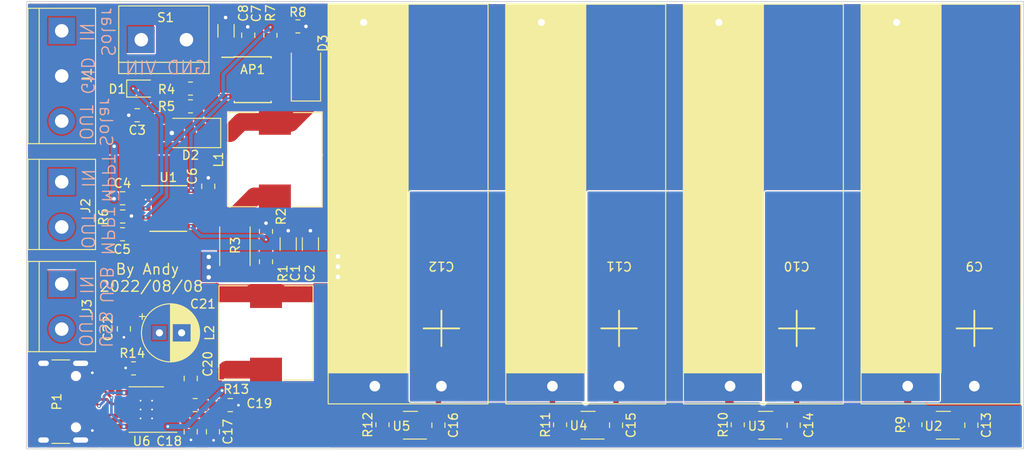
<source format=kicad_pcb>
(kicad_pcb (version 20211014) (generator pcbnew)
  (layers (0 "F.Cu" signal) (31 "B.Cu" signal) (34 "B.Paste" user) (35 "F.Paste" user) (36 "B.SilkS" user "B.Silkscreen") (37 "F.SilkS" user "F.Silkscreen") (38 "B.Mask" user) (39 "F.Mask" user) (44 "Edge.Cuts" user))
  (net 0 "")
  (net 1 "VCC")
  (net 2 "Net-(AP1-Pad4)")
  (net 3 "Net-(AP1-Pad5)")
  (net 4 "/CN3795 MPPT/BAT")
  (net 5 "GND")
  (net 6 "Net-(C3-Pad1)")
  (net 7 "Net-(C4-Pad2)")
  (net 8 "Net-(C5-Pad2)")
  (net 9 "/IP6510 USB/Power Input")
  (net 10 "Net-(C10-Pad1)")
  (net 11 "Net-(C10-Pad2)")
  (net 12 "Net-(C11-Pad2)")
  (net 13 "Net-(C19-Pad1)")
  (net 14 "Net-(C20-Pad1)")
  (net 15 "Net-(C20-Pad2)")
  (net 16 "/IP6510 USB/Power Output")
  (net 17 "Net-(D1-Pad1)")
  (net 18 "Net-(D1-Pad2)")
  (net 19 "Net-(D2-Pad1)")
  (net 20 "Net-(J3-Pad2)")
  (net 21 "/CN3795 MPPT/CSP")
  (net 22 "/IP6510 USB/CC1")
  (net 23 "/IP6510 USB/DP")
  (net 24 "/IP6510 USB/DM")
  (net 25 "/IP6510 USB/CC2")
  (net 26 "/CN3795 MPPT/FB")
  (net 27 "Net-(R6-Pad2)")
  (net 28 "/CN3795 MPPT/MPPT")
  (net 29 "Net-(R9-Pad1)")
  (net 30 "Net-(R10-Pad1)")
  (net 31 "Net-(R11-Pad1)")
  (net 32 "Net-(R12-Pad1)")
  (net 37 "Net-(J1-Pad1)")
  (footprint "Resistor_SMD:R_0805_2012Metric" (layer "F.Cu") (at 93.025 101.635)
    (fp_text reference "R13")
    (fp_text value "2")
  )
  (footprint "Capacitor_SMD:C_0805_2012Metric" (layer "F.Cu") (at 160.4125 103.9 -90)
    (fp_text reference "C14")
    (fp_text value "1u")
  )
  (footprint "Capacitor_SMD:C_0805_2012Metric" (layer "F.Cu") (at 140.4125 103.9 -90)
    (fp_text reference "C15")
    (fp_text value "1u")
  )
  (footprint "1Resouce:SOIC-8-1EP_3.9x4.9mm_P1.27mm_EP2.29x3mm_ThermalVias" (layer "F.Cu") (at 87.525 102.135 180)
    (fp_text reference "U6")
    (fp_text value "IP6510")
  )
  (footprint "Resistor_SMD:R_0805_2012Metric" (layer "F.Cu") (at 101 82.0875 -90)
    (fp_text reference "R2")
    (fp_text value "15K")
  )
  (footprint "1Resouce:Super Capacitor" (layer "F.Cu") (at 160.75 99.5 180)
    (fp_text reference "C10")
    (fp_text value "40F")
  )
  (footprint "TerminalBlock:TerminalBlock_bornier-2_P5.08mm" (layer "F.Cu") (at 78 76.5 -90)
    (fp_text reference "J2")
    (fp_text value "Screw_Terminal_01x02")
  )
  (footprint "1Resouce:Super Capacitor" (layer "F.Cu") (at 140.75 99.5 180)
    (fp_text reference "C11")
    (fp_text value "40F")
  )
  (footprint "Resistor_SMD:R_2512_6332Metric" (layer "F.Cu") (at 97.5 83.75 90)
    (fp_text reference "R3")
    (fp_text value "60m")
  )
  (footprint "Package_TO_SOT_SMD:SOT-23-5" (layer "F.Cu") (at 177.2625 103.9 180)
    (fp_text reference "U2")
    (fp_text value "BW6101_")
  )
  (footprint "Package_TO_SOT_SMD:SOT-23-5" (layer "F.Cu") (at 157.2625 103.9 180)
    (fp_text reference "U3")
    (fp_text value "BW6101_")
  )
  (footprint "Capacitor_SMD:C_0805_2012Metric" (layer "F.Cu") (at 96.975 101.635)
    (fp_text reference "C19")
    (fp_text value "1n")
  )
  (footprint "Resistor_SMD:R_0805_2012Metric" (layer "F.Cu") (at 84.85 82.4)
    (fp_text reference "R6")
    (fp_text value "120")
  )
  (footprint "Resistor_SMD:R_0805_2012Metric" (layer "F.Cu") (at 154.1125 103.85 90)
    (fp_text reference "R10")
    (fp_text value "100")
  )
  (footprint "Diode_SMD:D_SMA" (layer "F.Cu") (at 92.5 71 180)
    (fp_text reference "D2")
    (fp_text value "B340A")
  )
  (footprint "Inductor_SMD:L_10.4x10.4_H4.8" (layer "F.Cu") (at 102 74 90)
    (fp_text reference "L1")
    (fp_text value "33u")
  )
  (footprint "Resistor_SMD:R_0805_2012Metric" (layer "F.Cu") (at 114.1125 103.85 90)
    (fp_text reference "R12")
    (fp_text value "100")
  )
  (footprint "Capacitor_SMD:C_1206_3216Metric" (layer "F.Cu") (at 96.5 59.5 90)
    (fp_text reference "C8")
    (fp_text value "10u")
  )
  (footprint "TerminalBlock:TerminalBlock_bornier-2_P5.08mm" (layer "F.Cu") (at 86.96 60.5)
    (fp_text reference "S1")
    (fp_text value "Solar_Cell")
  )
  (footprint "1Resouce:Super Capacitor" (layer "F.Cu") (at 180.75 99.5 180)
    (fp_text reference "C9")
    (fp_text value "40F")
  )
  (footprint "Capacitor_SMD:C_0805_2012Metric" (layer "F.Cu") (at 84.8625 80.4 180)
    (fp_text reference "C5")
    (fp_text value "0.22u")
  )
  (footprint "Capacitor_SMD:C_0805_2012Metric" (layer "F.Cu") (at 99 60 90)
    (fp_text reference "C7")
    (fp_text value "1u")
  )
  (footprint "Inductor_SMD:L_10.4x10.4_H4.8" (layer "F.Cu") (at 101 93.5 90)
    (fp_text reference "L2")
    (fp_text value "L")
  )
  (footprint "Capacitor_SMD:C_0805_2012Metric" (layer "F.Cu") (at 92.525 104.635 -90)
    (fp_text reference "C18")
    (fp_text value "1u")
  )
  (footprint "Capacitor_SMD:C_1206_3216Metric" (layer "F.Cu") (at 103.5 83.5 90)
    (fp_text reference "C1")
    (fp_text value "10u")
  )
  (footprint "Package_TO_SOT_SMD:SOT-23-5" (layer "F.Cu") (at 137.2625 103.9 180)
    (fp_text reference "U4")
    (fp_text value "BW6101_")
  )
  (footprint "Package_SO:PowerIntegrations_SO-8" (layer "F.Cu") (at 99.5 65)
    (fp_text reference "AP1")
    (fp_text value "AP4435")
  )
  (footprint "Capacitor_THT:CP_Radial_D6.3mm_P2.50mm" (layer "F.Cu") (at 89 93.5)
    (fp_text reference "C21")
    (fp_text value "220u")
  )
  (footprint "Capacitor_SMD:C_0805_2012Metric" (layer "F.Cu") (at 92.525 98.635 90)
    (fp_text reference "C20")
    (fp_text value "0.1u")
  )
  (footprint "Capacitor_SMD:C_0805_2012Metric" (layer "F.Cu") (at 120.4125 103.9 -90)
    (fp_text reference "C16")
    (fp_text value "1u")
  )
  (footprint "Resistor_SMD:R_0805_2012Metric" (layer "F.Cu") (at 92.5 66)
    (fp_text reference "R4")
    (fp_text value "1K")
  )
  (footprint "Capacitor_SMD:C_1206_3216Metric" (layer "F.Cu") (at 106 83.5 90)
    (fp_text reference "C2")
    (fp_text value "10u")
  )
  (footprint "Connector_USB:USB_C_Receptacle_HRO_TYPE-C-31-M-12" (layer "F.Cu") (at 77 101.25 -90)
    (fp_text reference "P1")
    (fp_text value "USB_C_Plug_USB2.0")
  )
  (footprint "TerminalBlock:TerminalBlock_bornier-2_P5.08mm" (layer "F.Cu") (at 78 88 -90)
    (fp_text reference "J3")
    (fp_text value "Screw_Terminal_01x02")
  )
  (footprint "Capacitor_SMD:C_0805_2012Metric" (layer "F.Cu") (at 84.85 78.35)
    (fp_text reference "C4")
    (fp_text value "0.1u")
  )
  (footprint "Resistor_SMD:R_0805_2012Metric" (layer "F.Cu") (at 92.5 68)
    (fp_text reference "R5")
    (fp_text value "1K")
  )
  (footprint "Package_TO_SOT_SMD:SOT-23-5" (layer "F.Cu") (at 117.2625 103.9 180)
    (fp_text reference "U5")
    (fp_text value "BW6101_")
  )
  (footprint "Resistor_SMD:R_0805_2012Metric" (layer "F.Cu") (at 134.1125 103.85 90)
    (fp_text reference "R11")
    (fp_text value "100")
  )
  (footprint "Diode_SMD:D_SMA" (layer "F.Cu") (at 105.5 64 90)
    (fp_text reference "D3")
    (fp_text value "B340A")
  )
  (footprint "Resistor_SMD:R_0805_2012Metric" (layer "F.Cu") (at 101.5 60 -90)
    (fp_text reference "R7")
    (fp_text value "100K")
  )
  (footprint "Capacitor_SMD:C_0805_2012Metric" (layer "F.Cu") (at 94.5 77 90)
    (fp_text reference "C6")
    (fp_text value "0.1u")
  )
  (footprint "LED_SMD:LED_0805_2012Metric" (layer "F.Cu") (at 87 66)
    (fp_text reference "D1")
    (fp_text value "LED_Red")
  )
  (footprint "TerminalBlock:TerminalBlock_bornier-3_P5.08mm" (layer "F.Cu") (at 78 59.5 -90)
    (fp_text reference "J1")
    (fp_text value "Screw_Terminal_01x03")
  )
  (footprint "Resistor_SMD:R_0805_2012Metric" (layer "F.Cu") (at 86.0875 97.5 180)
    (fp_text reference "R14")
    (fp_text value "3.3k")
  )
  (footprint "Capacitor_SMD:C_0805_2012Metric" (layer "F.Cu") (at 85 93.05 -90)
    (fp_text reference "C22")
    (fp_text value "10u")
  )
  (footprint "Capacitor_SMD:C_0805_2012Metric" (layer "F.Cu") (at 86.5 69 180)
    (fp_text reference "C3")
    (fp_text value "10n")
  )
  (footprint "1Resouce:Super Capacitor" (layer "F.Cu") (at 120.75 99.5 180)
    (fp_text reference "C12")
    (fp_text value "40F")
  )
  (footprint "Resistor_SMD:R_0805_2012Metric" (layer "F.Cu") (at 174.1125 103.85 90)
    (fp_text reference "R9")
    (fp_text value "100")
  )
  (footprint "Capacitor_SMD:C_0805_2012Metric" (layer "F.Cu") (at 95.025 104.635 -90)
    (fp_text reference "C17")
    (fp_text value "22u")
  )
  (footprint "Resistor_SMD:R_0805_2012Metric" (layer "F.Cu") (at 101 85.5 -90)
    (fp_text reference "R1")
    (fp_text value "100K")
  )
  (footprint "Package_SO:SSOP-10_3.9x4.9mm_P1.00mm" (layer "F.Cu") (at 90 79.5)
    (fp_text reference "U1")
    (fp_text value "CN3795")
  )
  (footprint "Resistor_SMD:R_0805_2012Metric" (layer "F.Cu") (at 104.5875 59 180)
    (fp_text reference "R8")
    (fp_text value "13K")
  )
  (footprint "Capacitor_SMD:C_0805_2012Metric" (layer "F.Cu") (at 180.4125 103.9 -90)
    (fp_text reference "C13")
    (fp_text value "1u")
  )
  (gr_rect (start 74.05 56.2) (end 186.3 106.55) (layer "Edge.Cuts") (width 0.1) (fill none))
  (gr_text "MPPT\nIN" (at 82.1 76.1 270) (layer "B.SilkS") (effects (font (size 1.4 1.4)) (justify mirror)))
  (gr_text "USB\nIN" (at 81.9 88.1 270) (layer "B.SilkS") (effects (font (size 1.4 1.4)) (justify mirror)))
  (gr_text "MPPT\nOUT" (at 82.05 82.05 270) (layer "B.SilkS") (effects (font (size 1.4 1.4)) (justify mirror)))
  (gr_text "GND" (at 80.9 64.55 270) (layer "B.SilkS") (effects (font (size 1.4 1.4)) (justify mirror)))
  (gr_text "Solar\nOUT" (at 81.85 69.8 270) (layer "B.SilkS") (effects (font (size 1.4 1.4)) (justify mirror)))
  (gr_text "VIN" (at 86.9 63.7) (layer "B.SilkS") (effects (font (size 1.5 1.5)) (justify mirror)))
  (gr_text "USB\nOUT" (at 81.8 93.1 270) (layer "B.SilkS") (effects (font (size 1.4 1.4)) (justify mirror)))
  (gr_text "GND" (at 92.1 63.65) (layer "B.SilkS") (effects (font (size 1.5 1.5)) (justify mirror)))
  (gr_text "Solar\nIN" (at 82 59.65 270) (layer "B.SilkS") (effects (font (size 1.5 1.4)) (justify mirror)))
  (gr_text "By Andy \n2022/08/08" (at 88.1 87.3) (layer "F.SilkS") (effects (font (size 1.2 1.2))))
  (via (at 83.9 78.4) (size 0.8) (drill 0.4) (layers "F.Cu" "B.Cu") (net 1))
  (via (at 83.9 72.5) (size 0.8) (drill 0.4) (layers "F.Cu" "B.Cu") (net 1))
  (segment (start 83.9 78.4) (end 83.9 72.5) (width 0.8) (layer "B.Cu") (net 1))
  (via (at 96.75 66.9) (size 0.4) (drill 0.2) (layers "F.Cu" "B.Cu") (net 2))
  (via (at 92.55 77.5) (size 0.4) (drill 0.2) (layers "F.Cu" "B.Cu") (net 2))
  (segment (start 92.55 77.5) (end 92.55 71.1) (width 0.4) (layer "B.Cu") (net 2))
  (segment (start 92.55 71.1) (end 96.75 66.9) (width 0.4) (layer "B.Cu") (net 2))
  (segment (start 102.225 63.095) (end 102.225 66.905) (width 2) (layer "F.Cu") (net 3))
  (segment (start 103.32 62) (end 102.225 63.095) (width 2) (layer "F.Cu") (net 3))
  (segment (start 105.5 62) (end 103.32 62) (width 2) (layer "F.Cu") (net 3))
  (segment (start 118.4 103.9) (end 119.4625 103.9) (width 0.6) (layer "F.Cu") (net 5))
  (segment (start 113.25 99.5) (end 113.25 103.8) (width 0.6) (layer "F.Cu") (net 5))
  (segment (start 112.9625 105.314949) (end 112.9625 104.0875) (width 0.6) (layer "F.Cu") (net 5))
  (segment (start 119.5375 105.725) (end 113.372551 105.725) (width 0.6) (layer "F.Cu") (net 5))
  (segment (start 119.4625 103.9) (end 120.4125 104.85) (width 0.6) (layer "F.Cu") (net 5))
  (segment (start 113.25 103.8) (end 112.9625 104.0875) (width 0.6) (layer "F.Cu") (net 5))
  (segment (start 112.9625 104.0875) (end 114.1125 102.9375) (width 0.6) (layer "F.Cu") (net 5))
  (segment (start 120.4125 104.85) (end 119.5375 105.725) (width 0.6) (layer "F.Cu") (net 5))
  (segment (start 113.372551 105.725) (end 112.9625 105.314949) (width 0.6) (layer "F.Cu") (net 5))
  (via (at 90.4 71) (size 1) (drill 0.5) (layers "F.Cu" "B.Cu") (net 5))
  (via (at 105.5 59) (size 0.8) (drill 0.4) (layers "F.Cu" "B.Cu") (net 5))
  (via (at 106 82) (size 0.8) (drill 0.4) (layers "F.Cu" "B.Cu") (net 5))
  (via (at 85.85 80.35) (size 0.8) (drill 0.4) (layers "F.Cu" "B.Cu") (net 5))
  (via (at 85.2 97.45) (size 0.6) (drill 0.3) (layers "F.Cu" "B.Cu") (net 5))
  (via (at 85 94) (size 0.6) (drill 0.3) (layers "F.Cu" "B.Cu") (net 5))
  (via (at 95.1 105.6) (size 0.6) (drill 0.3) (layers "F.Cu" "B.Cu") (net 5))
  (via (at 92.55 105.55) (size 0.6) (drill 0.3) (layers "F.Cu" "B.Cu") (net 5))
  (via (at 96.45 58) (size 0.8) (drill 0.4) (layers "F.Cu" "B.Cu") (net 5))
  (via (at 87.45 78.5) (size 0.4) (drill 0.2) (layers "F.Cu" "B.Cu") (net 5))
  (via (at 97.9 101.65) (size 0.6) (drill 0.3) (layers "F.Cu" "B.Cu") (net 5))
  (via (at 81.45 104.5) (size 0.6) (drill 0.3) (layers "F.Cu" "B.Cu") (net 5))
  (via (at 94.5 76.05) (size 0.8) (drill 0.4) (layers "F.Cu" "B.Cu") (net 5))
  (via (at 85.55 69) (size 0.8) (drill 0.4) (layers "F.Cu" "B.Cu") (net 5))
  (via (at 101 81.15) (size 0.8) (drill 0.4) (layers "F.Cu" "B.Cu") (net 5))
  (via (at 98.95 59.05) (size 0.8) (drill 0.4) (layers "F.Cu" "B.Cu") (net 5))
  (via (at 103.5 82) (size 0.8) (drill 0.4) (layers "F.Cu" "B.Cu") (net 5))
  (via (at 81.45 98) (size 0.6) (drill 0.3) (layers "F.Cu" "B.Cu") (net 5))
  (segment (start 88.45 68) (end 87.45 69) (width 1) (layer "F.Cu") (net 6))
  (segment (start 91.5875 68) (end 88.45 68) (width 1) (layer "F.Cu") (net 6))
  (segment (start 85.8 78.35) (end 86.65 77.5) (width 0.4) (layer "F.Cu") (net 7))
  (segment (start 86.65 77.5) (end 87.45 77.5) (width 0.4) (layer "F.Cu") (net 7))
  (segment (start 83.9125 80.4) (end 83.9125 82.375) (width 0.6) (layer "F.Cu") (net 8))
  (segment (start 83.9125 82.375) (end 83.9375 82.4) (width 0.6) (layer "F.Cu") (net 8))
  (segment (start 92.525 103.685) (end 92.177208 103.685) (width 1) (layer "F.Cu") (net 9))
  (segment (start 108.885 103.685) (end 108.9 103.7) (width 1) (layer "F.Cu") (net 9))
  (segment (start 95.025 103.685) (end 108.885 103.685) (width 2) (layer "F.Cu") (net 9))
  (segment (start 92.177208 103.685) (end 91.262208 102.77) (width 1) (layer "F.Cu") (net 9))
  (segment (start 92.525 103.685) (end 95.025 103.685) (width 1) (layer "F.Cu") (net 9))
  (segment (start 91.262208 102.77) (end 90 102.77) (width 1) (layer "F.Cu") (net 9))
  (via (at 152 58.55) (size 1.6) (drill 0.8) (layers "F.Cu" "B.Cu") (net 9))
  (via (at 112 58.55) (size 1.6) (drill 0.8) (layers "F.Cu" "B.Cu") (net 9))
  (via (at 94.55 87.25) (size 1) (drill 0.5) (layers "F.Cu" "B.Cu") (net 9))
  (via (at 109.1 86.05) (size 1) (drill 0.5) (layers "F.Cu" "B.Cu") (net 9))
  (via (at 94.55 86.1) (size 1) (drill 0.5) (layers "F.Cu" "B.Cu") (net 9))
  (via (at 172 58.55) (size 1.6) (drill 0.8) (layers "F.Cu" "B.Cu") (net 9))
  (via (at 132 58.55) (size 1.6) (drill 0.8) (layers "F.Cu" "B.Cu") (net 9))
  (via (at 109.1 84.9) (size 1) (drill 0.5) (layers "F.Cu" "B.Cu") (net 9))
  (via (at 94.55 84.95) (size 1) (drill 0.5) (layers "F.Cu" "B.Cu") (net 9))
  (via (at 109.1 87.2) (size 1) (drill 0.5) (layers "F.Cu" "B.Cu") (net 9))
  (segment (start 158.4 104.85) (end 157.838972 104.85) (width 0.6) (layer "F.Cu") (net 10))
  (segment (start 157.838972 104.85) (end 157.2875 104.298528) (width 0.6) (layer "F.Cu") (net 10))
  (segment (start 160.75 99.5) (end 160.75 102.6125) (width 0.6) (layer "F.Cu") (net 10))
  (segment (start 160.4125 102.95) (end 158.4 102.95) (width 0.6) (layer "F.Cu") (net 10))
  (segment (start 179.4625 103.9) (end 180.4125 104.85) (width 0.8) (layer "F.Cu") (net 10))
  (segment (start 174.131371 102.9375) (end 175.093871 103.9) (width 0.8) (layer "F.Cu") (net 10))
  (segment (start 157.2875 104.298528) (end 157.2875 103.501472) (width 0.6) (layer "F.Cu") (net 10))
  (segment (start 174.1125 102.9375) (end 174.131371 102.9375) (width 0.8) (layer "F.Cu") (net 10))
  (segment (start 178.4 103.9) (end 179.4625 103.9) (width 0.8) (layer "F.Cu") (net 10))
  (segment (start 173.25 99.5) (end 173.25 102.075) (width 0.8) (layer "F.Cu") (net 10))
  (segment (start 157.2875 103.501472) (end 157.838972 102.95) (width 0.6) (layer "F.Cu") (net 10))
  (segment (start 173.25 102.075) (end 174.1125 102.9375) (width 0.8) (layer "F.Cu") (net 10))
  (segment (start 160.75 102.6125) (end 160.4125 102.95) (width 0.6) (layer "F.Cu") (net 10))
  (segment (start 175.093871 103.9) (end 178.4 103.9) (width 0.8) (layer "F.Cu") (net 10))
  (segment (start 157.838972 102.95) (end 158.4 102.95) (width 0.6) (layer "F.Cu") (net 10))
  (segment (start 153.372551 105.725) (end 152.95 105.302449) (width 0.6) (layer "F.Cu") (net 11))
  (segment (start 153.25 103.1) (end 153.25 99.5) (width 0.8) (layer "F.Cu") (net 11))
  (segment (start 159.5375 105.725) (end 153.372551 105.725) (width 0.6) (layer "F.Cu") (net 11))
  (segment (start 158.4 103.9) (end 159.4625 103.9) (width 0.6) (layer "F.Cu") (net 11))
  (segment (start 137.838972 102.95) (end 137.25 103.538972) (width 0.6) (layer "F.Cu") (net 11))
  (segment (start 137.838972 104.85) (end 138.4 104.85) (width 0.6) (layer "F.Cu") (net 11))
  (segment (start 153.1 103.25) (end 153.25 103.1) (width 0.8) (layer "F.Cu") (net 11))
  (segment (start 159.4625 103.9) (end 160.4125 104.85) (width 0.6) (layer "F.Cu") (net 11))
  (segment (start 152.95 104.1) (end 153 104.05) (width 0.6) (layer "F.Cu") (net 11))
  (segment (start 138.4 102.95) (end 137.838972 102.95) (width 0.6) (layer "F.Cu") (net 11))
  (segment (start 153 104.05) (end 153 99.75) (width 0.6) (layer "F.Cu") (net 11))
  (segment (start 137.25 103.538972) (end 137.25 104.261028) (width 0.6) (layer "F.Cu") (net 11))
  (segment (start 152.95 104.1) (end 154.1125 102.9375) (width 0.6) (layer "F.Cu") (net 11))
  (segment (start 140.4125 102.95) (end 140.4125 99.8375) (width 0.6) (layer "F.Cu") (net 11))
  (segment (start 153 99.75) (end 153.25 99.5) (width 0.6) (layer "F.Cu") (net 11))
  (segment (start 140.4125 99.8375) (end 140.75 99.5) (width 0.6) (layer "F.Cu") (net 11))
  (segment (start 137.25 104.261028) (end 137.838972 104.85) (width 0.6) (layer "F.Cu") (net 11))
  (segment (start 138.4 102.95) (end 140.4125 102.95) (width 0.6) (layer "F.Cu") (net 11))
  (segment (start 152.95 105.302449) (end 152.95 104.1) (width 0.6) (layer "F.Cu") (net 11))
  (segment (start 160.4125 104.85) (end 159.5375 105.725) (width 0.6) (layer "F.Cu") (net 11))
  (segment (start 118.4 102.95) (end 120.4125 102.95) (width 0.6) (layer "F.Cu") (net 12))
  (segment (start 133.25 103.8) (end 133.25 99.5) (width 0.6) (layer "F.Cu") (net 12))
  (segment (start 118.4 102.95) (end 117.838972 102.95) (width 0.6) (layer "F.Cu") (net 12))
  (segment (start 120.4125 102.95) (end 120.4125 99.8375) (width 0.6) (layer "F.Cu") (net 12))
  (segment (start 117.25 104.261028) (end 117.838972 104.85) (width 0.6) (layer "F.Cu") (net 12))
  (segment (start 132.9625 104.0875) (end 133.25 103.8) (width 0.6) (layer "F.Cu") (net 12))
  (segment (start 117.838972 102.95) (end 117.25 103.538972) (width 0.6) (layer "F.Cu") (net 12))
  (segment (start 133.372551 105.725) (end 132.9625 105.314949) (width 0.6) (layer "F.Cu") (net 12))
  (segment (start 140.4125 104.85) (end 139.5375 105.725) (width 0.6) (layer "F.Cu") (net 12))
  (segment (start 117.25 103.538972) (end 117.25 104.261028) (width 0.6) (layer "F.Cu") (net 12))
  (segment (start 139.5375 105.725) (end 133.372551 105.725) (width 0.6) (layer "F.Cu") (net 12))
  (segment (start 120.4125 99.8375) (end 120.75 99.5) (width 0.6) (layer "F.Cu") (net 12))
  (segment (start 139.4625 103.9) (end 140.4125 104.85) (width 0.6) (layer "F.Cu") (net 12))
  (segment (start 138.4 103.9) (end 139.4625 103.9) (width 0.6) (layer "F.Cu") (net 12))
  (segment (start 117.838972 104.85) (end 118.4 104.85) (width 0.6) (layer "F.Cu") (net 12))
  (segment (start 132.9625 104.0875) (end 134.1125 102.9375) (width 0.6) (layer "F.Cu") (net 12))
  (segment (start 132.9625 105.314949) (end 132.9625 104.0875) (width 0.6) (layer "F.Cu") (net 12))
  (segment (start 93.9375 101.635) (end 96.025 101.635) (width 0.8) (layer "F.Cu") (net 13))
  (segment (start 91.9775 101.5) (end 92.1125 101.635) (width 0.8) (layer "F.Cu") (net 14))
  (segment (start 96.6 97.65) (end 94.665 99.585) (width 1) (layer "F.Cu") (net 14))
  (segment (start 96.6 97.65) (end 101 97.65) (width 2) (layer "F.Cu") (net 14))
  (segment (start 92.525 99.585) (end 92.15 99.96) (width 1) (layer "F.Cu") (net 14))
  (segment (start 94.665 99.585) (end 92.525 99.585) (width 1) (layer "F.Cu") (net 14))
  (segment (start 92.15 99.96) (end 92.15 101.5975) (width 1) (layer "F.Cu") (net 14))
  (segment (start 92.15 101.5975) (end 92.1125 101.635) (width 1) (layer "F.Cu") (net 14))
  (segment (start 90 101.5) (end 91.9775 101.5) (width 1) (layer "F.Cu") (net 14))
  (segment (start 92.525 97.685) (end 91.115 97.685) (width 0.6) (layer "F.Cu") (net 15))
  (segment (start 91.115 97.685) (end 90 98.8) (width 0.6) (layer "F.Cu") (net 15))
  (segment (start 90 98.8) (end 90 100.23) (width 0.6) (layer "F.Cu") (net 15))
  (segment (start 79.05 89.05) (end 78 88) (width 2) (layer "F.Cu") (net 16))
  (segment (start 107.05 89.05) (end 79.05 89.05) (width 2) (layer "F.Cu") (net 16))
  (via (at 89.95 104.05) (size 0.6) (drill 0.3) (layers "F.Cu" "B.Cu") (net 16))
  (via (at 96.05 100) (size 0.6) (drill 0.3) (layers "F.Cu" "B.Cu") (net 16))
  (segment (start 89.95 104.05) (end 92 104.05) (width 0.6) (layer "B.Cu") (net 16))
  (segment (start 92 104.05) (end 96.05 100) (width 0.6) (layer "B.Cu") (net 16))
  (via (at 86.05 66) (size 0.4) (drill 0.2) (layers "F.Cu" "B.Cu") (net 17))
  (via (at 87.45 79.5) (size 0.4) (drill 0.2) (layers "F.Cu" "B.Cu") (net 17))
  (segment (start 87.45 79.5) (end 89.25 77.7) (width 0.4) (layer "B.Cu") (net 17))
  (segment (start 89.25 77.7) (end 89.25 69.2) (width 0.4) (layer "B.Cu") (net 17))
  (segment (start 89.25 69.2) (end 86.05 66) (width 0.4) (layer "B.Cu") (net 17))
  (segment (start 91.5875 66) (end 87.9375 66) (width 1) (layer "F.Cu") (net 18))
  (segment (start 96.95 71) (end 98.2 69.75) (width 2) (layer "F.Cu") (net 19))
  (segment (start 93.4125 69.9125) (end 94.5 71) (width 1) (layer "F.Cu") (net 19))
  (segment (start 105.5 66) (end 105.5 68.1) (width 2) (layer "F.Cu") (net 19))
  (segment (start 93.4125 68) (end 93.4125 69.9125) (width 1) (layer "F.Cu") (net 19))
  (segment (start 98.2 69.75) (end 101.9 69.75) (width 2) (layer "F.Cu") (net 19))
  (segment (start 105.5 68.1) (end 103.75 69.85) (width 2) (layer "F.Cu") (net 19))
  (segment (start 103.75 69.85) (end 102 69.85) (width 2) (layer "F.Cu") (net 19))
  (segment (start 94.5 71) (end 96.95 71) (width 2) (layer "F.Cu") (net 19))
  (segment (start 101.9 69.75) (end 102 69.85) (width 2) (layer "F.Cu") (net 19))
  (segment (start 99.7 78.15) (end 97.5 80.35) (width 2) (layer "F.Cu") (net 21))
  (segment (start 92.55 79.5) (end 96.65 79.5) (width 0.4) (layer "F.Cu") (net 21))
  (segment (start 102 78.15) (end 99.7 78.15) (width 2) (layer "F.Cu") (net 21))
  (segment (start 96.65 79.5) (end 97.5 80.35) (width 0.4) (layer "F.Cu") (net 21))
  (segment (start 83.6 100.8) (end 82.8 100) (width 0.3) (layer "F.Cu") (net 22))
  (segment (start 82.8 100) (end 81.045 100) (width 0.3) (layer "F.Cu") (net 22))
  (via (at 85 104.05) (size 0.6) (drill 0.3) (layers "F.Cu" "B.Cu") (net 22))
  (via (at 83.6 100.8) (size 0.4) (drill 0.2) (layers "F.Cu" "B.Cu") (net 22))
  (segment (start 83.6 100.8) (end 83.6 102.65) (width 0.3) (layer "B.Cu") (net 22))
  (segment (start 83.6 102.65) (end 85 104.05) (width 0.3) (layer "B.Cu") (net 22))
  (segment (start 83.55 101.5) (end 83.05 101) (width 0.3) (layer "F.Cu") (net 23))
  (segment (start 83.05 101) (end 81.045 101) (width 0.3) (layer "F.Cu") (net 23))
  (segment (start 85.05 101.5) (end 83.55 101.5) (width 0.3) (layer "F.Cu") (net 23))
  (segment (start 81.95 101.5) (end 82.2 101.75) (width 0.3) (layer "F.Cu") (net 24))
  (segment (start 81.045 101.5) (end 81.95 101.5) (width 0.3) (layer "F.Cu") (net 24))
  (via (at 85 100.25) (size 0.6) (drill 0.3) (layers "F.Cu" "B.Cu") (net 24))
  (via (at 82.2 101.75) (size 0.4) (drill 0.2) (layers "F.Cu" "B.Cu") (net 24))
  (segment (start 82.75 101.2) (end 82.75 100.65) (width 0.3) (layer "B.Cu") (net 24))
  (segment (start 82.75 100.65) (end 83.15 100.25) (width 0.3) (layer "B.Cu") (net 24))
  (segment (start 83.15 100.25) (end 85 100.25) (width 0.3) (layer "B.Cu") (net 24))
  (segment (start 82.2 101.75) (end 82.75 101.2) (width 0.3) (layer "B.Cu") (net 24))
  (segment (start 85.03 102.75) (end 85.05 102.77) (width 0.3) (layer "F.Cu") (net 25))
  (segment (start 81.045 103) (end 82.02 103) (width 0.3) (layer "F.Cu") (net 25))
  (segment (start 82.27 102.75) (end 85.03 102.75) (width 0.3) (layer "F.Cu") (net 25))
  (segment (start 82.02 103) (end 82.27 102.75) (width 0.3) (layer "F.Cu") (net 25))
  (segment (start 101 83) (end 101 84.5875) (width 1) (layer "F.Cu") (net 26))
  (via (at 92.55 81.5) (size 0.4) (drill 0.2) (layers "F.Cu" "B.Cu") (net 26))
  (via (at 101 83) (size 0.4) (drill 0.2) (layers "F.Cu" "B.Cu") (net 26))
  (segment (start 92.55 81.5) (end 93.65 82.6) (width 0.4) (layer "B.Cu") (net 26))
  (segment (start 100.6 82.6) (end 101 83) (width 0.4) (layer "B.Cu") (net 26))
  (segment (start 93.65 82.6) (end 100.6 82.6) (width 0.4) (layer "B.Cu") (net 26))
  (segment (start 85.7625 82.4) (end 85.7625 82.2375) (width 0.6) (layer "F.Cu") (net 27))
  (segment (start 86.5 81.5) (end 87.45 81.5) (width 0.6) (layer "F.Cu") (net 27))
  (segment (start 85.7625 82.2375) (end 86.5 81.5) (width 0.6) (layer "F.Cu") (net 27))
  (segment (start 101.5 59.0875) (end 103.5875 59.0875) (width 1) (layer "F.Cu") (net 28))
  (segment (start 103.5875 59.0875) (end 103.675 59) (width 1) (layer "F.Cu") (net 28))
  (via (at 87.45 80.5) (size 0.4) (drill 0.2) (layers "F.Cu" "B.Cu") (net 28))
  (via (at 101.5 59.0875) (size 0.4) (drill 0.2) (layers "F.Cu" "B.Cu") (net 28))
  (segment (start 87.45 80.5) (end 89.8 78.15) (width 0.4) (layer "B.Cu") (net 28))
  (segment (start 89.8 78.15) (end 89.8 73.072183) (width 0.4) (layer "B.Cu") (net 28))
  (segment (start 96.18 66.692183) (end 96.18 64.4075) (width 0.4) (layer "B.Cu") (net 28))
  (segment (start 96.18 64.4075) (end 101.5 59.0875) (width 0.4) (layer "B.Cu") (net 28))
  (segment (start 89.8 73.072183) (end 96.18 66.692183) (width 0.4) (layer "B.Cu") (net 28))
  (segment (start 174.2 104.85) (end 176.125 104.85) (width 0.8) (layer "F.Cu") (net 29))
  (segment (start 174.1125 104.7625) (end 174.2 104.85) (width 0.8) (layer "F.Cu") (net 29))
  (segment (start 154.2 104.85) (end 156.125 104.85) (width 0.8) (layer "F.Cu") (net 30))
  (segment (start 154.1125 104.7625) (end 154.2 104.85) (width 0.8) (layer "F.Cu") (net 30))
  (segment (start 134.213724 104.863724) (end 136.111276 104.863724) (width 0.6) (layer "F.Cu") (net 31))
  (segment (start 136.111276 104.863724) (end 136.125 104.85) (width 0.6) (layer "F.Cu") (net 31))
  (segment (start 134.1125 104.7625) (end 134.213724 104.863724) (width 0.6) (layer "F.Cu") (net 31))
  (segment (start 114.2 104.85) (end 116.125 104.85) (width 0.6) (layer "F.Cu") (net 32))
  (segment (start 114.1125 104.7625) (end 114.2 104.85) (width 0.6) (layer "F.Cu") (net 32))
  (segment (start 78 59.5) (end 85.96 59.5) (width 5) (layer "F.Cu") (net 37))
  (segment (start 85.96 59.5) (end 86.96 60.5) (width 3) (layer "F.Cu") (net 37))
  (zone (net 10) (net_name "Net-(C10-Pad1)") (layers F&B.Cu) (priority 2) (connect_pads yes (clearance 0.15)) (min_thickness 0.2) (fill yes (thermal_gap 0.508) (thermal_bridge_width 0.508))
    (polygon (pts (xy 176.85 101.185624) (xy 157.2 101.235624) (xy 157.2 77.585624) (xy 176.8 77.585624)))
  )
  (zone (net 9) (net_name "/IP6510 USB/Power Input") (layer "F.Cu") (priority 1) (connect_pads yes (clearance 0.15)) (min_thickness 0.2) (fill yes (thermal_gap 0.508) (thermal_bridge_width 0.508))
    (polygon (pts (xy 95.55 87.75) (xy 81 87.75) (xy 81 86.3) (xy 73.95 86.3) (xy 73.95 78.8) (xy 95.55 78.8)))
  )
  (zone (net 1) (net_name "VCC") (layer "F.Cu") (priority 3) (connect_pads yes (clearance 0.15)) (min_thickness 0.2) (fill yes (thermal_gap 0.508) (thermal_bridge_width 0.508))
    (polygon (pts (xy 107.9 73.4) (xy 96.55 73.4) (xy 96.55 79.05) (xy 91.85 79.05) (xy 91.85 76.4) (xy 91.85 73.4) (xy 73.95 73.4) (xy 73.95 56.45) (xy 107.9 56.45)))
  )
  (zone (net 20) (net_name "Net-(J3-Pad2)") (layer "F.Cu") (priority 1) (connect_pads yes (clearance 0.15)) (min_thickness 0.2) (fill yes (thermal_gap 0.508) (thermal_bridge_width 0.508))
    (polygon (pts (xy 82.25 106.45) (xy 74 106.45) (xy 74 90.25) (xy 82.25 90.25)))
  )
  (zone (net 11) (net_name "Net-(C10-Pad2)") (layers F&B.Cu) (priority 2) (connect_pads yes (clearance 0.15)) (min_thickness 0.2) (fill yes (thermal_gap 0.508) (thermal_bridge_width 0.508))
    (polygon (pts (xy 156.85 101.185624) (xy 137.2 101.235624) (xy 137.2 77.585624) (xy 156.8 77.585624)))
  )
  (zone (net 9) (net_name "/IP6510 USB/Power Input") (layer "F.Cu") (priority 1) (connect_pads yes (clearance 0.15)) (min_thickness 0.2) (fill yes (thermal_gap 0.508) (thermal_bridge_width 0.508))
    (polygon (pts (xy 186 106.5) (xy 108.2 106.5) (xy 108.15 56.5) (xy 186 56.5)))
  )
  (zone (net 0) (net_name "") (layers F&B.Cu) (connect_pads yes (clearance 0)) (min_thickness 0.2)
    (keepout (tracks allowed) (vias allowed) (pads allowed) (copperpour not_allowed) (footprints allowed))
    (fill (thermal_gap 0.508) (thermal_bridge_width 0.508))
    (polygon (pts (xy 107.4 79.4) (xy 96.6 79.4) (xy 96.6 68.55) (xy 107.4 68.55)))
  )
  (zone (net 16) (net_name "/IP6510 USB/Power Output") (layer "F.Cu") (connect_pads yes (clearance 0.15)) (min_thickness 0.2) (fill yes (thermal_gap 0.508) (thermal_bridge_width 0.508))
    (polygon (pts (xy 107.95 106.45) (xy 74 106.45) (xy 73.95 86.3) (xy 107.95 86.3)))
  )
  (zone (net 12) (net_name "Net-(C11-Pad2)") (layers F&B.Cu) (priority 2) (connect_pads yes (clearance 0.15)) (min_thickness 0.2) (fill yes (thermal_gap 0.508) (thermal_bridge_width 0.508))
    (polygon (pts (xy 136.85 101.185624) (xy 117.2 101.235624) (xy 117.2 77.585624) (xy 136.8 77.585624)))
  )
  (zone (net 4) (net_name "/CN3795 MPPT/BAT") (layer "F.Cu") (priority 2) (connect_pads yes (clearance 0.15)) (min_thickness 0.2) (fill yes (thermal_gap 0.508) (thermal_bridge_width 0.508))
    (polygon (pts (xy 107.9 87.75) (xy 95.5 87.75) (xy 95.5 84.2) (xy 88 84.2) (xy 88 78.8) (xy 73.95 78.8) (xy 73.95 73.4) (xy 107.9 73.4)))
  )
  (zone (net 0) (net_name "") (layers F&B.Cu) (connect_pads yes (clearance 0)) (min_thickness 0.2)
    (keepout (tracks allowed) (vias allowed) (pads allowed) (copperpour not_allowed) (footprints allowed))
    (fill (thermal_gap 0.508) (thermal_bridge_width 0.508))
    (polygon (pts (xy 106.4 98.95) (xy 95.6 98.95) (xy 95.6 88.1) (xy 106.4 88.1)))
  )
  (zone (net 9) (net_name "/IP6510 USB/Power Input") (layer "B.Cu") (priority 1) (connect_pads yes (clearance 0.15)) (min_thickness 0.2) (fill yes (thermal_gap 0.508) (thermal_bridge_width 0.508))
    (polygon (pts (xy 185.95 101.55) (xy 116.95 101.5) (xy 116.95 87.8) (xy 93.8 87.8) (xy 93.8 84.35) (xy 108.2 84.35) (xy 108.2 56.5) (xy 185.9 56.5)))
  )
  (zone (net 5) (net_name "GND") (layer "B.Cu") (connect_pads yes (clearance 0.15)) (min_thickness 0.2) (fill yes (thermal_gap 0.508) (thermal_bridge_width 0.508))
    (polygon (pts (xy 186.1 106.55) (xy 73.9 106.45) (xy 73.95 56.45) (xy 186.1 56.4)))
  )
)
</source>
